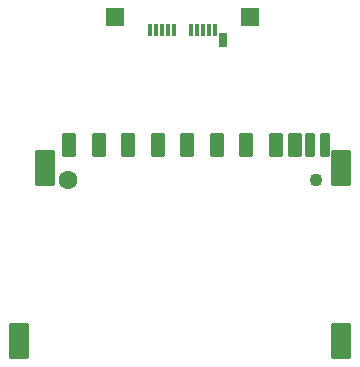
<source format=gbs>
%TF.GenerationSoftware,KiCad,Pcbnew,8.0.7-1.fc41*%
%TF.CreationDate,2025-01-19T14:43:59-06:00*%
%TF.ProjectId,Expansion_Card,45787061-6e73-4696-9f6e-5f436172642e,X1*%
%TF.SameCoordinates,Original*%
%TF.FileFunction,Soldermask,Bot*%
%TF.FilePolarity,Negative*%
%FSLAX46Y46*%
G04 Gerber Fmt 4.6, Leading zero omitted, Abs format (unit mm)*
G04 Created by KiCad (PCBNEW 8.0.7-1.fc41) date 2025-01-19 14:43:59*
%MOMM*%
%LPD*%
G01*
G04 APERTURE LIST*
G04 Aperture macros list*
%AMRoundRect*
0 Rectangle with rounded corners*
0 $1 Rounding radius*
0 $2 $3 $4 $5 $6 $7 $8 $9 X,Y pos of 4 corners*
0 Add a 4 corners polygon primitive as box body*
4,1,4,$2,$3,$4,$5,$6,$7,$8,$9,$2,$3,0*
0 Add four circle primitives for the rounded corners*
1,1,$1+$1,$2,$3*
1,1,$1+$1,$4,$5*
1,1,$1+$1,$6,$7*
1,1,$1+$1,$8,$9*
0 Add four rect primitives between the rounded corners*
20,1,$1+$1,$2,$3,$4,$5,0*
20,1,$1+$1,$4,$5,$6,$7,0*
20,1,$1+$1,$6,$7,$8,$9,0*
20,1,$1+$1,$8,$9,$2,$3,0*%
G04 Aperture macros list end*
%ADD10R,0.380000X1.000000*%
%ADD11R,0.700000X1.150000*%
%ADD12R,1.500000X1.500000*%
%ADD13C,1.100000*%
%ADD14C,1.600000*%
%ADD15RoundRect,0.102000X0.500000X0.900000X-0.500000X0.900000X-0.500000X-0.900000X0.500000X-0.900000X0*%
%ADD16RoundRect,0.102000X0.350000X0.900000X-0.350000X0.900000X-0.350000X-0.900000X0.350000X-0.900000X0*%
%ADD17RoundRect,0.102000X0.750000X1.400000X-0.750000X1.400000X-0.750000X-1.400000X0.750000X-1.400000X0*%
G04 APERTURE END LIST*
D10*
%TO.C,P1*%
X142750000Y-129040000D03*
X142250000Y-129040000D03*
X141750000Y-129040000D03*
X141250000Y-129040000D03*
X140750000Y-129040000D03*
X139250000Y-129040000D03*
X138750000Y-129040000D03*
X138250000Y-129040000D03*
X137750000Y-129040000D03*
X137250000Y-129040000D03*
D11*
X143420000Y-129880000D03*
%TD*%
D12*
%TO.C,TP2*%
X134300000Y-128000000D03*
%TD*%
%TO.C,TP4*%
X145700000Y-128000000D03*
%TD*%
D13*
%TO.C,J2*%
X151275000Y-141750000D03*
D14*
X130275000Y-141750000D03*
D15*
X132900000Y-138800000D03*
X135400000Y-138800000D03*
X137900000Y-138800000D03*
X140400000Y-138800000D03*
X142900000Y-138800000D03*
X145400000Y-138800000D03*
X147900000Y-138800000D03*
X149530000Y-138800000D03*
X130400000Y-138800000D03*
D16*
X150830000Y-138800000D03*
X152030000Y-138800000D03*
D17*
X153425000Y-140750000D03*
X128355000Y-140750000D03*
X153425000Y-155350000D03*
X126125000Y-155350000D03*
%TD*%
M02*

</source>
